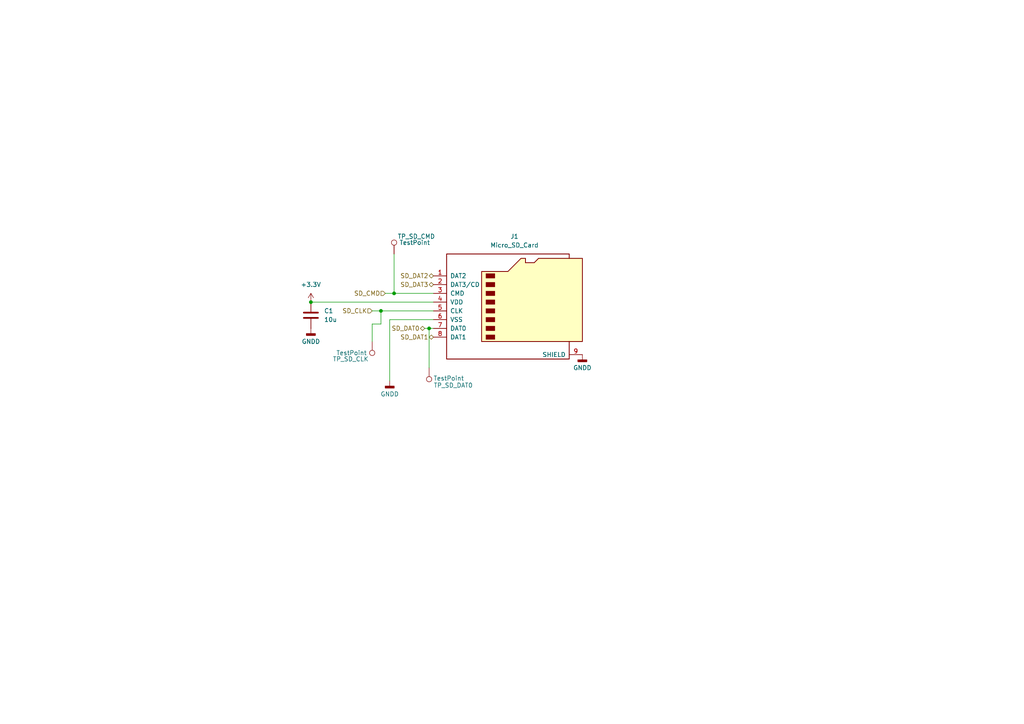
<source format=kicad_sch>
(kicad_sch (version 20250114) (generator "eeschema") (generator_version "9.0")
  (paper "A4")
  (title_block (title "Ride-Along Module") (date "2025-04-10") (rev "1") (company "Rowan Rocketry"))
  (lib_symbols
    (symbol "Connector:Micro_SD_Card" (pin_names (offset 1.016))
      (property "Reference" "J" (at -16.51 15.24 0))
      (property "Value" "Micro_SD_Card" (at 16.51 15.24 0))
      (symbol "Micro_SD_Card_0_1"
        (polyline (pts (xy -8.89 -11.43) (xy -8.89 8.89) (xy -1.27 8.89) (xy 2.54 12.7) (xy 3.81 12.7) (xy 3.81 11.43) (xy 6.35 11.43) (xy 7.62 12.7) (xy 20.32 12.7) (xy 20.32 -11.43) (xy -8.89 -11.43)) (stroke (width 0.254)) (fill (type background)))
        (rectangle (start -7.62 8.255) (end -5.08 6.985) (fill (type outline)))
        (rectangle (start -7.62 5.715) (end -5.08 4.445) (fill (type outline)))
        (rectangle (start -7.62 3.175) (end -5.08 1.905) (fill (type outline)))
        (rectangle (start -7.62 0.635) (end -5.08 -0.635) (fill (type outline)))
        (rectangle (start -7.62 -1.905) (end -5.08 -3.175) (fill (type outline)))
        (rectangle (start -7.62 -4.445) (end -5.08 -5.715) (fill (type outline)))
        (rectangle (start -7.62 -6.985) (end -5.08 -8.255) (fill (type outline)))
        (rectangle (start -7.62 -9.525) (end -5.08 -10.795) (fill (type outline)))
        (polyline (pts (xy 16.51 12.7) (xy 16.51 13.97) (xy -19.05 13.97) (xy -19.05 -16.51) (xy 16.51 -16.51) (xy 16.51 -11.43)) (stroke (width 0.254)))
      )
      (symbol "Micro_SD_Card_1_1"
        (pin bidirectional line (at -22.86 7.62 0) (length 3.81) (name "DAT2") (number "1"))
        (pin bidirectional line (at -22.86 5.08 0) (length 3.81) (name "DAT3/CD") (number "2"))
        (pin input line (at -22.86 2.54 0) (length 3.81) (name "CMD") (number "3"))
        (pin power_in line (at -22.86 0 0) (length 3.81) (name "VDD") (number "4"))
        (pin input line (at -22.86 -2.54 0) (length 3.81) (name "CLK") (number "5"))
        (pin power_in line (at -22.86 -5.08 0) (length 3.81) (name "VSS") (number "6"))
        (pin bidirectional line (at -22.86 -7.62 0) (length 3.81) (name "DAT0") (number "7"))
        (pin bidirectional line (at -22.86 -10.16 0) (length 3.81) (name "DAT1") (number "8"))
        (pin passive line (at 20.32 -15.24 180) (length 3.81) (name "SHIELD") (number "9"))
      )
    )
    (symbol "Connector:TestPoint" (pin_numbers (hide yes)) (pin_names (offset 0.762) (hide yes))
      (property "Reference" "TP" (at 0 6.858 0))
      (property "Value" "TestPoint" (at 0 5.08 0))
      (symbol "TestPoint_0_1"
        (circle (center 0 3.302) (radius 0.762))
      )
      (symbol "TestPoint_1_1"
        (pin passive line (at 0 0 90) (length 2.54) (name "1") (number "1"))
      )
    )
    (symbol "Device:C" (pin_numbers (hide yes)) (pin_names (offset 0.254))
      (property "Reference" "C" (at 0.635 2.54 0))
      (property "Value" "C" (at 0.635 -2.54 0))
      (symbol "C_0_1"
        (polyline (pts (xy -2.032 0.762) (xy 2.032 0.762)) (stroke (width 0.508)))
        (polyline (pts (xy -2.032 -0.762) (xy 2.032 -0.762)) (stroke (width 0.508)))
      )
      (symbol "C_1_1"
        (pin passive line (at 0 3.81 270) (length 2.794) (name "~") (number "1"))
        (pin passive line (at 0 -3.81 90) (length 2.794) (name "~") (number "2"))
      )
    )
    (symbol "power:+3.3V" (power) (pin_numbers (hide yes)) (pin_names (offset 0) (hide yes))
      (property "Value" "+3.3V" (at 0 3.556 0))
      (symbol "+3.3V_0_1"
        (polyline (pts (xy -0.762 1.27) (xy 0 2.54)))
        (polyline (pts (xy 0 2.54) (xy 0.762 1.27)))
        (polyline (pts (xy 0 0) (xy 0 2.54)))
      )
      (symbol "+3.3V_1_1"
        (pin power_in line (at 0 0 90) (length 0) (name "~") (number "1"))
      )
    )
    (symbol "power:GNDD" (power) (pin_numbers (hide yes)) (pin_names (offset 0) (hide yes))
      (property "Value" "GNDD" (at 0 -3.175 0))
      (symbol "GNDD_0_1"
        (rectangle (start -1.27 -1.524) (end 1.27 -2.032) (stroke (width 0.254)) (fill (type outline)))
        (polyline (pts (xy 0 0) (xy 0 -1.524)))
      )
      (symbol "GNDD_1_1"
        (pin power_in line (at 0 0 270) (length 0) (name "~") (number "1"))
      )
    )
  )
  (junction (at 90.17 87.63))
  (junction (at 114.3 85.09))
  (junction (at 110.49 90.17))
  (junction (at 124.46 95.25))
  (wire (pts (xy 124.46 95.25) (xy 125.73 95.25)))
  (wire (pts (xy 123.19 95.25) (xy 124.46 95.25)))
  (wire (pts (xy 113.03 92.71) (xy 125.73 92.71)))
  (wire (pts (xy 114.3 85.09) (xy 125.73 85.09)))
  (wire (pts (xy 114.3 73.66) (xy 114.3 85.09)))
  (wire (pts (xy 110.49 90.17) (xy 110.49 93.98)))
  (wire (pts (xy 113.03 110.49) (xy 113.03 92.71)))
  (wire (pts (xy 110.49 90.17) (xy 125.73 90.17)))
  (wire (pts (xy 90.17 87.63) (xy 125.73 87.63)))
  (wire (pts (xy 107.95 90.17) (xy 110.49 90.17)))
  (wire (pts (xy 107.95 99.06) (xy 107.95 93.98)))
  (wire (pts (xy 111.76 85.09) (xy 114.3 85.09)))
  (wire (pts (xy 124.46 95.25) (xy 124.46 106.68)))
  (wire (pts (xy 107.95 93.98) (xy 110.49 93.98)))
  (hierarchical_label "SD_CMD" (shape input) (at 111.76 85.09 180))
  (hierarchical_label "SD_DAT2" (shape bidirectional) (at 125.73 80.01 180))
  (hierarchical_label "SD_CLK" (shape input) (at 107.95 90.17 180))
  (hierarchical_label "SD_DAT3" (shape bidirectional) (at 125.73 82.55 180))
  (hierarchical_label "SD_DAT0" (shape bidirectional) (at 123.19 95.25 180))
  (hierarchical_label "SD_DAT1" (shape bidirectional) (at 125.73 97.79 180))
  (symbol (lib_id "power:GNDD") (at 113.03 110.49 0) (unit 1)
    (property "Reference" "#PWR03" (effects (hide yes)))
    (property "Value" "GNDD" (at 113.03 114.3 0))
    (property "Description" "Power symbol creates a global label with name \"GNDD\" , digital ground" (effects (hide yes)))
  )
  (symbol (lib_id "Connector:TestPoint") (at 114.3 73.66 0) (unit 1)
    (property "Reference" "TP_SD_CMD" (at 115.316 68.58 0) (effects (justify left)))
    (property "Value" "TestPoint" (at 115.824 70.358 0) (effects (justify left)))
    (property "Footprint" "TestPoint:TestPoint_Loop_D2.54mm_Drill1.5mm_Beaded" (effects (hide yes)))
    (property "Datasheet" "https://www.keyelco.com/userAssets/file/M65p56.pdf" (effects (hide yes)))
    (property "Description" "test point" (effects (hide yes)))
    (property "Purchase" "https://www.digikey.com/en/products/detail/keystone-electronics/5000/255326" (effects (hide yes)))
  )
  (symbol (lib_id "Connector:TestPoint") (at 124.46 106.68 180) (unit 1)
    (property "Reference" "TP_SD_DAT0" (at 137.16 111.76 0) (effects (justify left)))
    (property "Value" "TestPoint" (at 134.62 109.728 0) (effects (justify left)))
    (property "Footprint" "TestPoint:TestPoint_Loop_D2.54mm_Drill1.5mm_Beaded" (effects (hide yes)))
    (property "Datasheet" "https://www.keyelco.com/userAssets/file/M65p56.pdf" (effects (hide yes)))
    (property "Description" "test point" (effects (hide yes)))
    (property "Purchase" "https://www.digikey.com/en/products/detail/keystone-electronics/5000/255326" (effects (hide yes)))
  )
  (symbol (lib_id "power:+3.3V") (at 90.17 87.63 0) (unit 1)
    (property "Reference" "#PWR02" (effects (hide yes)))
    (property "Value" "+3.3V" (at 90.17 82.55 0))
    (property "Description" "Power symbol creates a global label with name \"+3.3V\"" (effects (hide yes)))
  )
  (symbol (lib_id "power:GNDD") (at 90.17 95.25 0) (unit 1)
    (property "Reference" "#PWR01" (effects (hide yes)))
    (property "Value" "GNDD" (at 90.17 99.06 0))
    (property "Description" "Power symbol creates a global label with name \"GNDD\" , digital ground" (effects (hide yes)))
  )
  (symbol (lib_id "Connector:TestPoint") (at 107.95 99.06 180) (unit 1)
    (property "Reference" "TP_SD_CLK" (at 106.934 104.14 0) (effects (justify left)))
    (property "Value" "TestPoint" (at 106.426 102.362 0) (effects (justify left)))
    (property "Footprint" "TestPoint:TestPoint_Loop_D2.54mm_Drill1.5mm_Beaded" (effects (hide yes)))
    (property "Datasheet" "https://www.keyelco.com/userAssets/file/M65p56.pdf" (effects (hide yes)))
    (property "Description" "test point" (effects (hide yes)))
    (property "Purchase" "https://www.digikey.com/en/products/detail/keystone-electronics/5000/255326" (effects (hide yes)))
  )
  (symbol (lib_id "power:GNDD") (at 168.91 102.87 0) (unit 1)
    (property "Reference" "#PWR04" (effects (hide yes)))
    (property "Value" "GNDD" (at 168.91 106.68 0))
    (property "Description" "Power symbol creates a global label with name \"GNDD\" , digital ground" (effects (hide yes)))
  )
  (symbol (lib_id "Device:C") (at 90.17 91.44 0) (unit 1)
    (property "Reference" "C1" (at 93.98 90.1699 0) (effects (justify left)))
    (property "Value" "10u" (at 93.98 92.7099 0) (effects (justify left)))
    (property "Footprint" "Capacitor_SMD:C_0603_1608Metric_Pad1.08x0.95mm_HandSolder" (effects (hide yes)))
    (property "Description" "Unpolarized capacitor" (effects (hide yes)))
  )
  (symbol (lib_id "Connector:Micro_SD_Card") (at 148.59 87.63 0) (unit 1)
    (property "Reference" "J1" (at 149.225 68.58 0))
    (property "Value" "Micro_SD_Card" (at 149.225 71.12 0))
    (property "Footprint" "Connector_Card:microSD_HC_Molex_47219-2001" (effects (hide yes)))
    (property "Datasheet" "https://www.we-online.com/components/products/datasheet/693072010801.pdf" (effects (hide yes)))
    (property "Description" "Micro SD Card Socket" (effects (hide yes)))
    (property "Purchase" "https://www.digikey.com/en/products/detail/molex/0472192001/3044807?s=N4IgTCBcDaICwHYwEYCcBaMAGLyQF0BfIA" (effects (hide yes)))
  )
)
</source>
